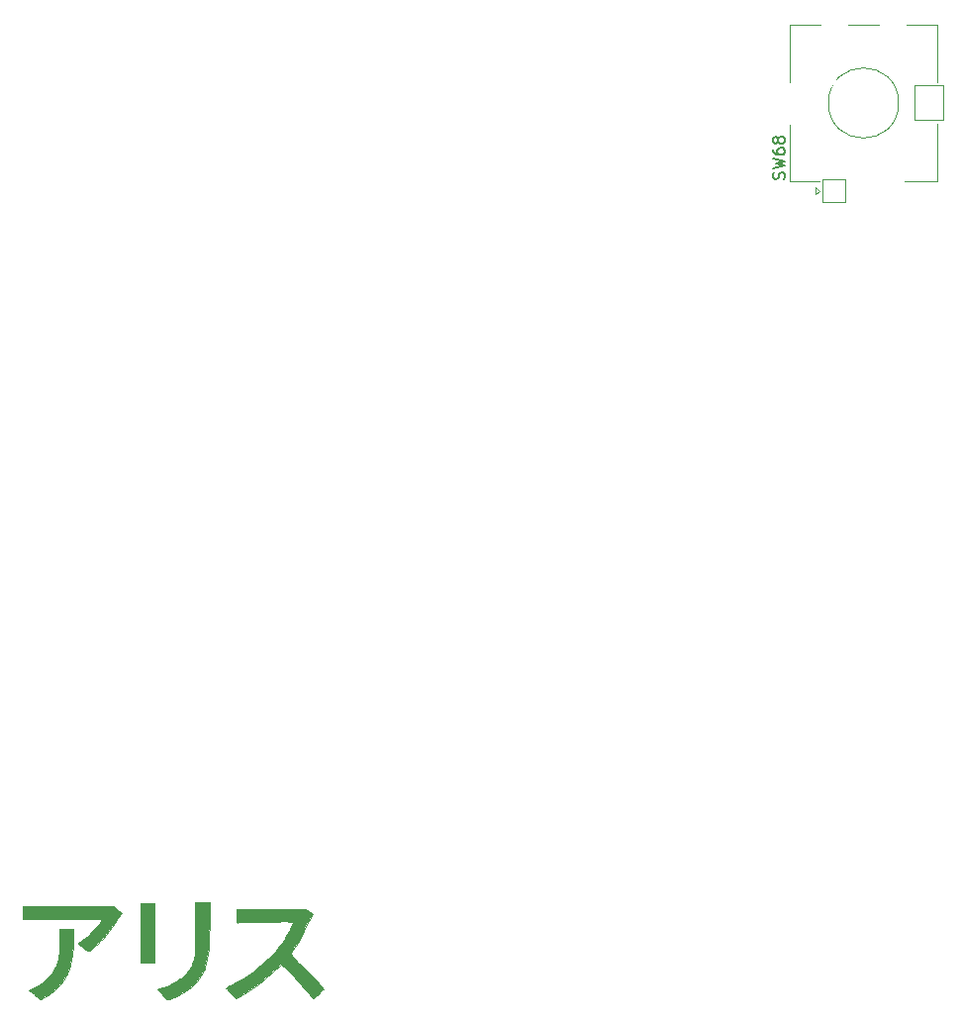
<source format=gto>
G04 #@! TF.GenerationSoftware,KiCad,Pcbnew,(6.0.2)*
G04 #@! TF.CreationDate,2022-03-31T17:31:01+05:30*
G04 #@! TF.ProjectId,arisu,61726973-752e-46b6-9963-61645f706362,1.1*
G04 #@! TF.SameCoordinates,Original*
G04 #@! TF.FileFunction,Legend,Top*
G04 #@! TF.FilePolarity,Positive*
%FSLAX46Y46*%
G04 Gerber Fmt 4.6, Leading zero omitted, Abs format (unit mm)*
G04 Created by KiCad (PCBNEW (6.0.2)) date 2022-03-31 17:31:01*
%MOMM*%
%LPD*%
G01*
G04 APERTURE LIST*
G04 Aperture macros list*
%AMRoundRect*
0 Rectangle with rounded corners*
0 $1 Rounding radius*
0 $2 $3 $4 $5 $6 $7 $8 $9 X,Y pos of 4 corners*
0 Add a 4 corners polygon primitive as box body*
4,1,4,$2,$3,$4,$5,$6,$7,$8,$9,$2,$3,0*
0 Add four circle primitives for the rounded corners*
1,1,$1+$1,$2,$3*
1,1,$1+$1,$4,$5*
1,1,$1+$1,$6,$7*
1,1,$1+$1,$8,$9*
0 Add four rect primitives between the rounded corners*
20,1,$1+$1,$2,$3,$4,$5,0*
20,1,$1+$1,$4,$5,$6,$7,0*
20,1,$1+$1,$6,$7,$8,$9,0*
20,1,$1+$1,$8,$9,$2,$3,0*%
G04 Aperture macros list end*
%ADD10C,0.150000*%
%ADD11C,0.010000*%
%ADD12C,0.120000*%
%ADD13C,3.102000*%
%ADD14C,1.852000*%
%ADD15C,4.089800*%
%ADD16C,3.150000*%
%ADD17C,4.502000*%
%ADD18C,1.302000*%
%ADD19RoundRect,0.051000X1.000000X-1.000000X1.000000X1.000000X-1.000000X1.000000X-1.000000X-1.000000X0*%
%ADD20C,2.102000*%
%ADD21O,2.602000X3.102000*%
%ADD22RoundRect,0.051000X1.250000X-1.500000X1.250000X1.500000X-1.250000X1.500000X-1.250000X-1.500000X0*%
%ADD23RoundRect,0.051000X-0.850000X-0.850000X0.850000X-0.850000X0.850000X0.850000X-0.850000X0.850000X0*%
%ADD24C,0.752000*%
%ADD25O,1.102000X2.202000*%
%ADD26O,1.102000X1.702000*%
G04 APERTURE END LIST*
D10*
X339711561Y-40498723D02*
X339759180Y-40355866D01*
X339759180Y-40117771D01*
X339711561Y-40022533D01*
X339663942Y-39974914D01*
X339568704Y-39927295D01*
X339473466Y-39927295D01*
X339378228Y-39974914D01*
X339330609Y-40022533D01*
X339282990Y-40117771D01*
X339235371Y-40308247D01*
X339187752Y-40403485D01*
X339140133Y-40451104D01*
X339044895Y-40498723D01*
X338949657Y-40498723D01*
X338854419Y-40451104D01*
X338806800Y-40403485D01*
X338759180Y-40308247D01*
X338759180Y-40070152D01*
X338806800Y-39927295D01*
X338759180Y-39593961D02*
X339759180Y-39355866D01*
X339044895Y-39165390D01*
X339759180Y-38974914D01*
X338759180Y-38736819D01*
X338759180Y-37927295D02*
X338759180Y-38117771D01*
X338806800Y-38213009D01*
X338854419Y-38260628D01*
X338997276Y-38355866D01*
X339187752Y-38403485D01*
X339568704Y-38403485D01*
X339663942Y-38355866D01*
X339711561Y-38308247D01*
X339759180Y-38213009D01*
X339759180Y-38022533D01*
X339711561Y-37927295D01*
X339663942Y-37879676D01*
X339568704Y-37832057D01*
X339330609Y-37832057D01*
X339235371Y-37879676D01*
X339187752Y-37927295D01*
X339140133Y-38022533D01*
X339140133Y-38213009D01*
X339187752Y-38308247D01*
X339235371Y-38355866D01*
X339330609Y-38403485D01*
X339187752Y-37260628D02*
X339140133Y-37355866D01*
X339092514Y-37403485D01*
X338997276Y-37451104D01*
X338949657Y-37451104D01*
X338854419Y-37403485D01*
X338806800Y-37355866D01*
X338759180Y-37260628D01*
X338759180Y-37070152D01*
X338806800Y-36974914D01*
X338854419Y-36927295D01*
X338949657Y-36879676D01*
X338997276Y-36879676D01*
X339092514Y-36927295D01*
X339140133Y-36974914D01*
X339187752Y-37070152D01*
X339187752Y-37260628D01*
X339235371Y-37355866D01*
X339282990Y-37403485D01*
X339378228Y-37451104D01*
X339568704Y-37451104D01*
X339663942Y-37403485D01*
X339711561Y-37355866D01*
X339759180Y-37260628D01*
X339759180Y-37070152D01*
X339711561Y-36974914D01*
X339663942Y-36927295D01*
X339568704Y-36879676D01*
X339378228Y-36879676D01*
X339282990Y-36927295D01*
X339235371Y-36974914D01*
X339187752Y-37070152D01*
D11*
X278900769Y-105524300D02*
X278868404Y-106157939D01*
X278868404Y-106157939D02*
X278818366Y-106707272D01*
X278818366Y-106707272D02*
X278747320Y-107188575D01*
X278747320Y-107188575D02*
X278651927Y-107618126D01*
X278651927Y-107618126D02*
X278528851Y-108012202D01*
X278528851Y-108012202D02*
X278374756Y-108387080D01*
X278374756Y-108387080D02*
X278269801Y-108602228D01*
X278269801Y-108602228D02*
X278026965Y-108997216D01*
X278026965Y-108997216D02*
X277710411Y-109394560D01*
X277710411Y-109394560D02*
X277343902Y-109767981D01*
X277343902Y-109767981D02*
X276951202Y-110091198D01*
X276951202Y-110091198D02*
X276874076Y-110145807D01*
X276874076Y-110145807D02*
X276686126Y-110270377D01*
X276686126Y-110270377D02*
X276490873Y-110391798D01*
X276490873Y-110391798D02*
X276309651Y-110497734D01*
X276309651Y-110497734D02*
X276163794Y-110575846D01*
X276163794Y-110575846D02*
X276074634Y-110613798D01*
X276074634Y-110613798D02*
X276061923Y-110615489D01*
X276061923Y-110615489D02*
X276019173Y-110584817D01*
X276019173Y-110584817D02*
X275913500Y-110502352D01*
X275913500Y-110502352D02*
X275760679Y-110380560D01*
X275760679Y-110380560D02*
X275576483Y-110231910D01*
X275576483Y-110231910D02*
X275571018Y-110227475D01*
X275571018Y-110227475D02*
X275094836Y-109840972D01*
X275094836Y-109840972D02*
X275456167Y-109673607D01*
X275456167Y-109673607D02*
X275966398Y-109397865D01*
X275966398Y-109397865D02*
X276426066Y-109070644D01*
X276426066Y-109070644D02*
X276821636Y-108704085D01*
X276821636Y-108704085D02*
X277139572Y-108310332D01*
X277139572Y-108310332D02*
X277320550Y-108001182D01*
X277320550Y-108001182D02*
X277442665Y-107737096D01*
X277442665Y-107737096D02*
X277537456Y-107490584D01*
X277537456Y-107490584D02*
X277608254Y-107242631D01*
X277608254Y-107242631D02*
X277658392Y-106974219D01*
X277658392Y-106974219D02*
X277691204Y-106666332D01*
X277691204Y-106666332D02*
X277710020Y-106299954D01*
X277710020Y-106299954D02*
X277718173Y-105856068D01*
X277718173Y-105856068D02*
X277718949Y-105727653D01*
X277718949Y-105727653D02*
X277723600Y-104622906D01*
X277723600Y-104622906D02*
X278328492Y-104622753D01*
X278328492Y-104622753D02*
X278933385Y-104622600D01*
X278933385Y-104622600D02*
X278900769Y-105524300D01*
X278900769Y-105524300D02*
X278900769Y-105524300D01*
G36*
X278900769Y-105524300D02*
G01*
X278868404Y-106157939D01*
X278818366Y-106707272D01*
X278747320Y-107188575D01*
X278651927Y-107618126D01*
X278528851Y-108012202D01*
X278374756Y-108387080D01*
X278269801Y-108602228D01*
X278026965Y-108997216D01*
X277710411Y-109394560D01*
X277343902Y-109767981D01*
X276951202Y-110091198D01*
X276874076Y-110145807D01*
X276686126Y-110270377D01*
X276490873Y-110391798D01*
X276309651Y-110497734D01*
X276163794Y-110575846D01*
X276074634Y-110613798D01*
X276061923Y-110615489D01*
X276019173Y-110584817D01*
X275913500Y-110502352D01*
X275760679Y-110380560D01*
X275576483Y-110231910D01*
X275571018Y-110227475D01*
X275094836Y-109840972D01*
X275456167Y-109673607D01*
X275966398Y-109397865D01*
X276426066Y-109070644D01*
X276821636Y-108704085D01*
X277139572Y-108310332D01*
X277320550Y-108001182D01*
X277442665Y-107737096D01*
X277537456Y-107490584D01*
X277608254Y-107242631D01*
X277658392Y-106974219D01*
X277691204Y-106666332D01*
X277710020Y-106299954D01*
X277718173Y-105856068D01*
X277718949Y-105727653D01*
X277723600Y-104622906D01*
X278328492Y-104622753D01*
X278933385Y-104622600D01*
X278900769Y-105524300D01*
G37*
X278900769Y-105524300D02*
X278868404Y-106157939D01*
X278818366Y-106707272D01*
X278747320Y-107188575D01*
X278651927Y-107618126D01*
X278528851Y-108012202D01*
X278374756Y-108387080D01*
X278269801Y-108602228D01*
X278026965Y-108997216D01*
X277710411Y-109394560D01*
X277343902Y-109767981D01*
X276951202Y-110091198D01*
X276874076Y-110145807D01*
X276686126Y-110270377D01*
X276490873Y-110391798D01*
X276309651Y-110497734D01*
X276163794Y-110575846D01*
X276074634Y-110613798D01*
X276061923Y-110615489D01*
X276019173Y-110584817D01*
X275913500Y-110502352D01*
X275760679Y-110380560D01*
X275576483Y-110231910D01*
X275571018Y-110227475D01*
X275094836Y-109840972D01*
X275456167Y-109673607D01*
X275966398Y-109397865D01*
X276426066Y-109070644D01*
X276821636Y-108704085D01*
X277139572Y-108310332D01*
X277320550Y-108001182D01*
X277442665Y-107737096D01*
X277537456Y-107490584D01*
X277608254Y-107242631D01*
X277658392Y-106974219D01*
X277691204Y-106666332D01*
X277710020Y-106299954D01*
X277718173Y-105856068D01*
X277718949Y-105727653D01*
X277723600Y-104622906D01*
X278328492Y-104622753D01*
X278933385Y-104622600D01*
X278900769Y-105524300D01*
X278498290Y-102675770D02*
X282397200Y-102684741D01*
X282397200Y-102684741D02*
X282714567Y-102973427D01*
X282714567Y-102973427D02*
X283031935Y-103262113D01*
X283031935Y-103262113D02*
X282887808Y-103447056D01*
X282887808Y-103447056D02*
X282796005Y-103571428D01*
X282796005Y-103571428D02*
X282669581Y-103751272D01*
X282669581Y-103751272D02*
X282529263Y-103956859D01*
X282529263Y-103956859D02*
X282457865Y-104063800D01*
X282457865Y-104063800D02*
X281952764Y-104767043D01*
X281952764Y-104767043D02*
X281402823Y-105412231D01*
X281402823Y-105412231D02*
X281221749Y-105603148D01*
X281221749Y-105603148D02*
X280997542Y-105827062D01*
X280997542Y-105827062D02*
X280774909Y-106036864D01*
X280774909Y-106036864D02*
X280567537Y-106220849D01*
X280567537Y-106220849D02*
X280389113Y-106367311D01*
X280389113Y-106367311D02*
X280253326Y-106464544D01*
X280253326Y-106464544D02*
X280173864Y-106500842D01*
X280173864Y-106500842D02*
X280172062Y-106500861D01*
X280172062Y-106500861D02*
X280108668Y-106470021D01*
X280108668Y-106470021D02*
X279987372Y-106388109D01*
X279987372Y-106388109D02*
X279828230Y-106269201D01*
X279828230Y-106269201D02*
X279719708Y-106183361D01*
X279719708Y-106183361D02*
X279553763Y-106046710D01*
X279553763Y-106046710D02*
X279422228Y-105933382D01*
X279422228Y-105933382D02*
X279342237Y-105858430D01*
X279342237Y-105858430D02*
X279326008Y-105837543D01*
X279326008Y-105837543D02*
X279363684Y-105796409D01*
X279363684Y-105796409D02*
X279464805Y-105716370D01*
X279464805Y-105716370D02*
X279607923Y-105614341D01*
X279607923Y-105614341D02*
X279615830Y-105608943D01*
X279615830Y-105608943D02*
X279819520Y-105452957D01*
X279819520Y-105452957D02*
X280064449Y-105238919D01*
X280064449Y-105238919D02*
X280329633Y-104987861D01*
X280329633Y-104987861D02*
X280594090Y-104720812D01*
X280594090Y-104720812D02*
X280836836Y-104458802D01*
X280836836Y-104458802D02*
X281036888Y-104222861D01*
X281036888Y-104222861D02*
X281147528Y-104073824D01*
X281147528Y-104073824D02*
X281363219Y-103753649D01*
X281363219Y-103753649D02*
X277981292Y-103769024D01*
X277981292Y-103769024D02*
X274599365Y-103784400D01*
X274599365Y-103784400D02*
X274599372Y-103225600D01*
X274599372Y-103225600D02*
X274599380Y-102666800D01*
X274599380Y-102666800D02*
X278498290Y-102675770D01*
X278498290Y-102675770D02*
X278498290Y-102675770D01*
G36*
X278498290Y-102675770D02*
G01*
X282397200Y-102684741D01*
X282714567Y-102973427D01*
X283031935Y-103262113D01*
X282887808Y-103447056D01*
X282796005Y-103571428D01*
X282669581Y-103751272D01*
X282529263Y-103956859D01*
X282457865Y-104063800D01*
X281952764Y-104767043D01*
X281402823Y-105412231D01*
X281221749Y-105603148D01*
X280997542Y-105827062D01*
X280774909Y-106036864D01*
X280567537Y-106220849D01*
X280389113Y-106367311D01*
X280253326Y-106464544D01*
X280173864Y-106500842D01*
X280172062Y-106500861D01*
X280108668Y-106470021D01*
X279987372Y-106388109D01*
X279828230Y-106269201D01*
X279719708Y-106183361D01*
X279553763Y-106046710D01*
X279422228Y-105933382D01*
X279342237Y-105858430D01*
X279326008Y-105837543D01*
X279363684Y-105796409D01*
X279464805Y-105716370D01*
X279607923Y-105614341D01*
X279615830Y-105608943D01*
X279819520Y-105452957D01*
X280064449Y-105238919D01*
X280329633Y-104987861D01*
X280594090Y-104720812D01*
X280836836Y-104458802D01*
X281036888Y-104222861D01*
X281147528Y-104073824D01*
X281363219Y-103753649D01*
X277981292Y-103769024D01*
X274599365Y-103784400D01*
X274599372Y-103225600D01*
X274599380Y-102666800D01*
X278498290Y-102675770D01*
G37*
X278498290Y-102675770D02*
X282397200Y-102684741D01*
X282714567Y-102973427D01*
X283031935Y-103262113D01*
X282887808Y-103447056D01*
X282796005Y-103571428D01*
X282669581Y-103751272D01*
X282529263Y-103956859D01*
X282457865Y-104063800D01*
X281952764Y-104767043D01*
X281402823Y-105412231D01*
X281221749Y-105603148D01*
X280997542Y-105827062D01*
X280774909Y-106036864D01*
X280567537Y-106220849D01*
X280389113Y-106367311D01*
X280253326Y-106464544D01*
X280173864Y-106500842D01*
X280172062Y-106500861D01*
X280108668Y-106470021D01*
X279987372Y-106388109D01*
X279828230Y-106269201D01*
X279719708Y-106183361D01*
X279553763Y-106046710D01*
X279422228Y-105933382D01*
X279342237Y-105858430D01*
X279326008Y-105837543D01*
X279363684Y-105796409D01*
X279464805Y-105716370D01*
X279607923Y-105614341D01*
X279615830Y-105608943D01*
X279819520Y-105452957D01*
X280064449Y-105238919D01*
X280329633Y-104987861D01*
X280594090Y-104720812D01*
X280836836Y-104458802D01*
X281036888Y-104222861D01*
X281147528Y-104073824D01*
X281363219Y-103753649D01*
X277981292Y-103769024D01*
X274599365Y-103784400D01*
X274599372Y-103225600D01*
X274599380Y-102666800D01*
X278498290Y-102675770D01*
X285851600Y-107467400D02*
X285267400Y-107467401D01*
X285267400Y-107467401D02*
X284683200Y-107467403D01*
X284683200Y-107467403D02*
X284683200Y-102438203D01*
X284683200Y-102438203D02*
X285267400Y-102438201D01*
X285267400Y-102438201D02*
X285851600Y-102438200D01*
X285851600Y-102438200D02*
X285851600Y-107467400D01*
X285851600Y-107467400D02*
X285851600Y-107467400D01*
G36*
X285851600Y-107467400D02*
G01*
X285267400Y-107467401D01*
X284683200Y-107467403D01*
X284683200Y-102438203D01*
X285267400Y-102438201D01*
X285851600Y-102438200D01*
X285851600Y-107467400D01*
G37*
X285851600Y-107467400D02*
X285267400Y-107467401D01*
X284683200Y-107467403D01*
X284683200Y-102438203D01*
X285267400Y-102438201D01*
X285851600Y-102438200D01*
X285851600Y-107467400D01*
X298779301Y-102888280D02*
X299076965Y-103097080D01*
X299076965Y-103097080D02*
X299374630Y-103305880D01*
X299374630Y-103305880D02*
X298836115Y-104383443D01*
X298836115Y-104383443D02*
X298655670Y-104735082D01*
X298655670Y-104735082D02*
X298460895Y-105098488D01*
X298460895Y-105098488D02*
X298265382Y-105449395D01*
X298265382Y-105449395D02*
X298082723Y-105763533D01*
X298082723Y-105763533D02*
X297926512Y-106016636D01*
X297926512Y-106016636D02*
X297891204Y-106070503D01*
X297891204Y-106070503D02*
X297745384Y-106289883D01*
X297745384Y-106289883D02*
X297620556Y-106478975D01*
X297620556Y-106478975D02*
X297527205Y-106621798D01*
X297527205Y-106621798D02*
X297475816Y-106702369D01*
X297475816Y-106702369D02*
X297469424Y-106713440D01*
X297469424Y-106713440D02*
X297499962Y-106756605D01*
X297499962Y-106756605D02*
X297593920Y-106860707D01*
X297593920Y-106860707D02*
X297741812Y-107015922D01*
X297741812Y-107015922D02*
X297934154Y-107212425D01*
X297934154Y-107212425D02*
X298161459Y-107440390D01*
X298161459Y-107440390D02*
X298376783Y-107653240D01*
X298376783Y-107653240D02*
X298678104Y-107952650D01*
X298678104Y-107952650D02*
X298977419Y-108256400D01*
X298977419Y-108256400D02*
X299266188Y-108555244D01*
X299266188Y-108555244D02*
X299535870Y-108839937D01*
X299535870Y-108839937D02*
X299777922Y-109101237D01*
X299777922Y-109101237D02*
X299983804Y-109329898D01*
X299983804Y-109329898D02*
X300144975Y-109516675D01*
X300144975Y-109516675D02*
X300252894Y-109652326D01*
X300252894Y-109652326D02*
X300299019Y-109727604D01*
X300299019Y-109727604D02*
X300300056Y-109734873D01*
X300300056Y-109734873D02*
X300261765Y-109785340D01*
X300261765Y-109785340D02*
X300163778Y-109882889D01*
X300163778Y-109882889D02*
X300025392Y-110010702D01*
X300025392Y-110010702D02*
X299865903Y-110151963D01*
X299865903Y-110151963D02*
X299704608Y-110289858D01*
X299704608Y-110289858D02*
X299560802Y-110407569D01*
X299560802Y-110407569D02*
X299453782Y-110488280D01*
X299453782Y-110488280D02*
X299404409Y-110515400D01*
X299404409Y-110515400D02*
X299358227Y-110477932D01*
X299358227Y-110477932D02*
X299261429Y-110374907D01*
X299261429Y-110374907D02*
X299126508Y-110220393D01*
X299126508Y-110220393D02*
X298965955Y-110028459D01*
X298965955Y-110028459D02*
X298896982Y-109943900D01*
X298896982Y-109943900D02*
X298646092Y-109642536D01*
X298646092Y-109642536D02*
X298359360Y-109312096D01*
X298359360Y-109312096D02*
X298053584Y-108970805D01*
X298053584Y-108970805D02*
X297745560Y-108636891D01*
X297745560Y-108636891D02*
X297452085Y-108328580D01*
X297452085Y-108328580D02*
X297189957Y-108064098D01*
X297189957Y-108064098D02*
X296988485Y-107872946D01*
X296988485Y-107872946D02*
X296695370Y-107607750D01*
X296695370Y-107607750D02*
X296099485Y-108185897D01*
X296099485Y-108185897D02*
X295431575Y-108789268D01*
X295431575Y-108789268D02*
X294718975Y-109350537D01*
X294718975Y-109350537D02*
X293985162Y-109852709D01*
X293985162Y-109852709D02*
X293253610Y-110278787D01*
X293253610Y-110278787D02*
X293096587Y-110359977D01*
X293096587Y-110359977D02*
X292802184Y-110508591D01*
X292802184Y-110508591D02*
X292387592Y-110091834D01*
X292387592Y-110091834D02*
X292224222Y-109925165D01*
X292224222Y-109925165D02*
X292091177Y-109784773D01*
X292091177Y-109784773D02*
X292002727Y-109686042D01*
X292002727Y-109686042D02*
X291973000Y-109645006D01*
X291973000Y-109645006D02*
X292016069Y-109613183D01*
X292016069Y-109613183D02*
X292134638Y-109545701D01*
X292134638Y-109545701D02*
X292312750Y-109451152D01*
X292312750Y-109451152D02*
X292534446Y-109338130D01*
X292534446Y-109338130D02*
X292646100Y-109282583D01*
X292646100Y-109282583D02*
X293436512Y-108847963D01*
X293436512Y-108847963D02*
X294206604Y-108338449D01*
X294206604Y-108338449D02*
X294939869Y-107767825D01*
X294939869Y-107767825D02*
X295619805Y-107149874D01*
X295619805Y-107149874D02*
X296229907Y-106498378D01*
X296229907Y-106498378D02*
X296710106Y-105888533D01*
X296710106Y-105888533D02*
X296836379Y-105700721D01*
X296836379Y-105700721D02*
X296980329Y-105467888D01*
X296980329Y-105467888D02*
X297132766Y-105207113D01*
X297132766Y-105207113D02*
X297284504Y-104935473D01*
X297284504Y-104935473D02*
X297426352Y-104670046D01*
X297426352Y-104670046D02*
X297549121Y-104427912D01*
X297549121Y-104427912D02*
X297643624Y-104226149D01*
X297643624Y-104226149D02*
X297700672Y-104081835D01*
X297700672Y-104081835D02*
X297713400Y-104023787D01*
X297713400Y-104023787D02*
X297703644Y-104005873D01*
X297703644Y-104005873D02*
X297668779Y-103991339D01*
X297668779Y-103991339D02*
X297600409Y-103980013D01*
X297600409Y-103980013D02*
X297490135Y-103971724D01*
X297490135Y-103971724D02*
X297329562Y-103966302D01*
X297329562Y-103966302D02*
X297110291Y-103963575D01*
X297110291Y-103963575D02*
X296823926Y-103963372D01*
X296823926Y-103963372D02*
X296462070Y-103965524D01*
X296462070Y-103965524D02*
X296016326Y-103969858D01*
X296016326Y-103969858D02*
X295478296Y-103976204D01*
X295478296Y-103976204D02*
X295414700Y-103976998D01*
X295414700Y-103976998D02*
X294937388Y-103983703D01*
X294937388Y-103983703D02*
X294488588Y-103991397D01*
X294488588Y-103991397D02*
X294079091Y-103999797D01*
X294079091Y-103999797D02*
X293719688Y-104008615D01*
X293719688Y-104008615D02*
X293421169Y-104017569D01*
X293421169Y-104017569D02*
X293194326Y-104026372D01*
X293194326Y-104026372D02*
X293049949Y-104034740D01*
X293049949Y-104034740D02*
X293001700Y-104040727D01*
X293001700Y-104040727D02*
X292953325Y-104052568D01*
X292953325Y-104052568D02*
X292920985Y-104042285D01*
X292920985Y-104042285D02*
X292901451Y-103993836D01*
X292901451Y-103993836D02*
X292891496Y-103891185D01*
X292891496Y-103891185D02*
X292887890Y-103718291D01*
X292887890Y-103718291D02*
X292887407Y-103472824D01*
X292887407Y-103472824D02*
X292887415Y-102870000D01*
X292887415Y-102870000D02*
X298779301Y-102888280D01*
X298779301Y-102888280D02*
X298779301Y-102888280D01*
G36*
X298779301Y-102888280D02*
G01*
X299076965Y-103097080D01*
X299374630Y-103305880D01*
X298836115Y-104383443D01*
X298655670Y-104735082D01*
X298460895Y-105098488D01*
X298265382Y-105449395D01*
X298082723Y-105763533D01*
X297926512Y-106016636D01*
X297891204Y-106070503D01*
X297745384Y-106289883D01*
X297620556Y-106478975D01*
X297527205Y-106621798D01*
X297475816Y-106702369D01*
X297469424Y-106713440D01*
X297499962Y-106756605D01*
X297593920Y-106860707D01*
X297741812Y-107015922D01*
X297934154Y-107212425D01*
X298161459Y-107440390D01*
X298376783Y-107653240D01*
X298678104Y-107952650D01*
X298977419Y-108256400D01*
X299266188Y-108555244D01*
X299535870Y-108839937D01*
X299777922Y-109101237D01*
X299983804Y-109329898D01*
X300144975Y-109516675D01*
X300252894Y-109652326D01*
X300299019Y-109727604D01*
X300300056Y-109734873D01*
X300261765Y-109785340D01*
X300163778Y-109882889D01*
X300025392Y-110010702D01*
X299865903Y-110151963D01*
X299704608Y-110289858D01*
X299560802Y-110407569D01*
X299453782Y-110488280D01*
X299404409Y-110515400D01*
X299358227Y-110477932D01*
X299261429Y-110374907D01*
X299126508Y-110220393D01*
X298965955Y-110028459D01*
X298896982Y-109943900D01*
X298646092Y-109642536D01*
X298359360Y-109312096D01*
X298053584Y-108970805D01*
X297745560Y-108636891D01*
X297452085Y-108328580D01*
X297189957Y-108064098D01*
X296988485Y-107872946D01*
X296695370Y-107607750D01*
X296099485Y-108185897D01*
X295431575Y-108789268D01*
X294718975Y-109350537D01*
X293985162Y-109852709D01*
X293253610Y-110278787D01*
X293096587Y-110359977D01*
X292802184Y-110508591D01*
X292387592Y-110091834D01*
X292224222Y-109925165D01*
X292091177Y-109784773D01*
X292002727Y-109686042D01*
X291973000Y-109645006D01*
X292016069Y-109613183D01*
X292134638Y-109545701D01*
X292312750Y-109451152D01*
X292534446Y-109338130D01*
X292646100Y-109282583D01*
X293436512Y-108847963D01*
X294206604Y-108338449D01*
X294939869Y-107767825D01*
X295619805Y-107149874D01*
X296229907Y-106498378D01*
X296710106Y-105888533D01*
X296836379Y-105700721D01*
X296980329Y-105467888D01*
X297132766Y-105207113D01*
X297284504Y-104935473D01*
X297426352Y-104670046D01*
X297549121Y-104427912D01*
X297643624Y-104226149D01*
X297700672Y-104081835D01*
X297713400Y-104023787D01*
X297703644Y-104005873D01*
X297668779Y-103991339D01*
X297600409Y-103980013D01*
X297490135Y-103971724D01*
X297329562Y-103966302D01*
X297110291Y-103963575D01*
X296823926Y-103963372D01*
X296462070Y-103965524D01*
X296016326Y-103969858D01*
X295478296Y-103976204D01*
X295414700Y-103976998D01*
X294937388Y-103983703D01*
X294488588Y-103991397D01*
X294079091Y-103999797D01*
X293719688Y-104008615D01*
X293421169Y-104017569D01*
X293194326Y-104026372D01*
X293049949Y-104034740D01*
X293001700Y-104040727D01*
X292953325Y-104052568D01*
X292920985Y-104042285D01*
X292901451Y-103993836D01*
X292891496Y-103891185D01*
X292887890Y-103718291D01*
X292887407Y-103472824D01*
X292887415Y-102870000D01*
X298779301Y-102888280D01*
G37*
X298779301Y-102888280D02*
X299076965Y-103097080D01*
X299374630Y-103305880D01*
X298836115Y-104383443D01*
X298655670Y-104735082D01*
X298460895Y-105098488D01*
X298265382Y-105449395D01*
X298082723Y-105763533D01*
X297926512Y-106016636D01*
X297891204Y-106070503D01*
X297745384Y-106289883D01*
X297620556Y-106478975D01*
X297527205Y-106621798D01*
X297475816Y-106702369D01*
X297469424Y-106713440D01*
X297499962Y-106756605D01*
X297593920Y-106860707D01*
X297741812Y-107015922D01*
X297934154Y-107212425D01*
X298161459Y-107440390D01*
X298376783Y-107653240D01*
X298678104Y-107952650D01*
X298977419Y-108256400D01*
X299266188Y-108555244D01*
X299535870Y-108839937D01*
X299777922Y-109101237D01*
X299983804Y-109329898D01*
X300144975Y-109516675D01*
X300252894Y-109652326D01*
X300299019Y-109727604D01*
X300300056Y-109734873D01*
X300261765Y-109785340D01*
X300163778Y-109882889D01*
X300025392Y-110010702D01*
X299865903Y-110151963D01*
X299704608Y-110289858D01*
X299560802Y-110407569D01*
X299453782Y-110488280D01*
X299404409Y-110515400D01*
X299358227Y-110477932D01*
X299261429Y-110374907D01*
X299126508Y-110220393D01*
X298965955Y-110028459D01*
X298896982Y-109943900D01*
X298646092Y-109642536D01*
X298359360Y-109312096D01*
X298053584Y-108970805D01*
X297745560Y-108636891D01*
X297452085Y-108328580D01*
X297189957Y-108064098D01*
X296988485Y-107872946D01*
X296695370Y-107607750D01*
X296099485Y-108185897D01*
X295431575Y-108789268D01*
X294718975Y-109350537D01*
X293985162Y-109852709D01*
X293253610Y-110278787D01*
X293096587Y-110359977D01*
X292802184Y-110508591D01*
X292387592Y-110091834D01*
X292224222Y-109925165D01*
X292091177Y-109784773D01*
X292002727Y-109686042D01*
X291973000Y-109645006D01*
X292016069Y-109613183D01*
X292134638Y-109545701D01*
X292312750Y-109451152D01*
X292534446Y-109338130D01*
X292646100Y-109282583D01*
X293436512Y-108847963D01*
X294206604Y-108338449D01*
X294939869Y-107767825D01*
X295619805Y-107149874D01*
X296229907Y-106498378D01*
X296710106Y-105888533D01*
X296836379Y-105700721D01*
X296980329Y-105467888D01*
X297132766Y-105207113D01*
X297284504Y-104935473D01*
X297426352Y-104670046D01*
X297549121Y-104427912D01*
X297643624Y-104226149D01*
X297700672Y-104081835D01*
X297713400Y-104023787D01*
X297703644Y-104005873D01*
X297668779Y-103991339D01*
X297600409Y-103980013D01*
X297490135Y-103971724D01*
X297329562Y-103966302D01*
X297110291Y-103963575D01*
X296823926Y-103963372D01*
X296462070Y-103965524D01*
X296016326Y-103969858D01*
X295478296Y-103976204D01*
X295414700Y-103976998D01*
X294937388Y-103983703D01*
X294488588Y-103991397D01*
X294079091Y-103999797D01*
X293719688Y-104008615D01*
X293421169Y-104017569D01*
X293194326Y-104026372D01*
X293049949Y-104034740D01*
X293001700Y-104040727D01*
X292953325Y-104052568D01*
X292920985Y-104042285D01*
X292901451Y-103993836D01*
X292891496Y-103891185D01*
X292887890Y-103718291D01*
X292887407Y-103472824D01*
X292887415Y-102870000D01*
X298779301Y-102888280D01*
X290549473Y-103543100D02*
X290544069Y-104357208D01*
X290544069Y-104357208D02*
X290529017Y-105077370D01*
X290529017Y-105077370D02*
X290503636Y-105710844D01*
X290503636Y-105710844D02*
X290467247Y-106264887D01*
X290467247Y-106264887D02*
X290419169Y-106746756D01*
X290419169Y-106746756D02*
X290358721Y-107163709D01*
X290358721Y-107163709D02*
X290285225Y-107523004D01*
X290285225Y-107523004D02*
X290197999Y-107831898D01*
X290197999Y-107831898D02*
X290130081Y-108017888D01*
X290130081Y-108017888D02*
X289853298Y-108568548D01*
X289853298Y-108568548D02*
X289487324Y-109074856D01*
X289487324Y-109074856D02*
X289036094Y-109533086D01*
X289036094Y-109533086D02*
X288503540Y-109939516D01*
X288503540Y-109939516D02*
X287893597Y-110290419D01*
X287893597Y-110290419D02*
X287574093Y-110438207D01*
X287574093Y-110438207D02*
X287322350Y-110546417D01*
X287322350Y-110546417D02*
X287141491Y-110614100D01*
X287141491Y-110614100D02*
X287007230Y-110636301D01*
X287007230Y-110636301D02*
X286895284Y-110608067D01*
X286895284Y-110608067D02*
X286781367Y-110524442D01*
X286781367Y-110524442D02*
X286641194Y-110380474D01*
X286641194Y-110380474D02*
X286493058Y-110217674D01*
X286493058Y-110217674D02*
X286075990Y-109760832D01*
X286075990Y-109760832D02*
X286505027Y-109629967D01*
X286505027Y-109629967D02*
X286912586Y-109484159D01*
X286912586Y-109484159D02*
X287328526Y-109297248D01*
X287328526Y-109297248D02*
X287719828Y-109085976D01*
X287719828Y-109085976D02*
X288053473Y-108867083D01*
X288053473Y-108867083D02*
X288137600Y-108802261D01*
X288137600Y-108802261D02*
X288392467Y-108567095D01*
X288392467Y-108567095D02*
X288640253Y-108285561D01*
X288640253Y-108285561D02*
X288858676Y-107986732D01*
X288858676Y-107986732D02*
X289025455Y-107699680D01*
X289025455Y-107699680D02*
X289082764Y-107569000D01*
X289082764Y-107569000D02*
X289146296Y-107396365D01*
X289146296Y-107396365D02*
X289199094Y-107236845D01*
X289199094Y-107236845D02*
X289242151Y-107079079D01*
X289242151Y-107079079D02*
X289276465Y-106911708D01*
X289276465Y-106911708D02*
X289303031Y-106723372D01*
X289303031Y-106723372D02*
X289322846Y-106502712D01*
X289322846Y-106502712D02*
X289336904Y-106238366D01*
X289336904Y-106238366D02*
X289346201Y-105918977D01*
X289346201Y-105918977D02*
X289351734Y-105533183D01*
X289351734Y-105533183D02*
X289354499Y-105069626D01*
X289354499Y-105069626D02*
X289355490Y-104516944D01*
X289355490Y-104516944D02*
X289355530Y-104457504D01*
X289355530Y-104457504D02*
X289356800Y-102336609D01*
X289356800Y-102336609D02*
X289953700Y-102336604D01*
X289953700Y-102336604D02*
X290550600Y-102336600D01*
X290550600Y-102336600D02*
X290549473Y-103543100D01*
X290549473Y-103543100D02*
X290549473Y-103543100D01*
G36*
X290549473Y-103543100D02*
G01*
X290544069Y-104357208D01*
X290529017Y-105077370D01*
X290503636Y-105710844D01*
X290467247Y-106264887D01*
X290419169Y-106746756D01*
X290358721Y-107163709D01*
X290285225Y-107523004D01*
X290197999Y-107831898D01*
X290130081Y-108017888D01*
X289853298Y-108568548D01*
X289487324Y-109074856D01*
X289036094Y-109533086D01*
X288503540Y-109939516D01*
X287893597Y-110290419D01*
X287574093Y-110438207D01*
X287322350Y-110546417D01*
X287141491Y-110614100D01*
X287007230Y-110636301D01*
X286895284Y-110608067D01*
X286781367Y-110524442D01*
X286641194Y-110380474D01*
X286493058Y-110217674D01*
X286075990Y-109760832D01*
X286505027Y-109629967D01*
X286912586Y-109484159D01*
X287328526Y-109297248D01*
X287719828Y-109085976D01*
X288053473Y-108867083D01*
X288137600Y-108802261D01*
X288392467Y-108567095D01*
X288640253Y-108285561D01*
X288858676Y-107986732D01*
X289025455Y-107699680D01*
X289082764Y-107569000D01*
X289146296Y-107396365D01*
X289199094Y-107236845D01*
X289242151Y-107079079D01*
X289276465Y-106911708D01*
X289303031Y-106723372D01*
X289322846Y-106502712D01*
X289336904Y-106238366D01*
X289346201Y-105918977D01*
X289351734Y-105533183D01*
X289354499Y-105069626D01*
X289355490Y-104516944D01*
X289355530Y-104457504D01*
X289356800Y-102336609D01*
X289953700Y-102336604D01*
X290550600Y-102336600D01*
X290549473Y-103543100D01*
G37*
X290549473Y-103543100D02*
X290544069Y-104357208D01*
X290529017Y-105077370D01*
X290503636Y-105710844D01*
X290467247Y-106264887D01*
X290419169Y-106746756D01*
X290358721Y-107163709D01*
X290285225Y-107523004D01*
X290197999Y-107831898D01*
X290130081Y-108017888D01*
X289853298Y-108568548D01*
X289487324Y-109074856D01*
X289036094Y-109533086D01*
X288503540Y-109939516D01*
X287893597Y-110290419D01*
X287574093Y-110438207D01*
X287322350Y-110546417D01*
X287141491Y-110614100D01*
X287007230Y-110636301D01*
X286895284Y-110608067D01*
X286781367Y-110524442D01*
X286641194Y-110380474D01*
X286493058Y-110217674D01*
X286075990Y-109760832D01*
X286505027Y-109629967D01*
X286912586Y-109484159D01*
X287328526Y-109297248D01*
X287719828Y-109085976D01*
X288053473Y-108867083D01*
X288137600Y-108802261D01*
X288392467Y-108567095D01*
X288640253Y-108285561D01*
X288858676Y-107986732D01*
X289025455Y-107699680D01*
X289082764Y-107569000D01*
X289146296Y-107396365D01*
X289199094Y-107236845D01*
X289242151Y-107079079D01*
X289276465Y-106911708D01*
X289303031Y-106723372D01*
X289322846Y-106502712D01*
X289336904Y-106238366D01*
X289346201Y-105918977D01*
X289351734Y-105533183D01*
X289354499Y-105069626D01*
X289355490Y-104516944D01*
X289355530Y-104457504D01*
X289356800Y-102336609D01*
X289953700Y-102336604D01*
X290550600Y-102336600D01*
X290549473Y-103543100D01*
D12*
X340206800Y-40689200D02*
X342706800Y-40689200D01*
X352806800Y-27289200D02*
X352806800Y-32189200D01*
X340206800Y-35889200D02*
X340206800Y-40689200D01*
X346006800Y-33989200D02*
X347006800Y-33989200D01*
X346506800Y-34489200D02*
X346506800Y-33489200D01*
X342706800Y-41489200D02*
X342406800Y-41789200D01*
X350206800Y-27289200D02*
X352806800Y-27289200D01*
X342406800Y-41789200D02*
X342406800Y-41189200D01*
X340206800Y-27289200D02*
X342806800Y-27289200D01*
X352806800Y-35789200D02*
X352806800Y-40689200D01*
X342406800Y-41189200D02*
X342706800Y-41489200D01*
X345206800Y-27289200D02*
X347806800Y-27289200D01*
X340206800Y-32189200D02*
X340206800Y-27289200D01*
X352806800Y-40689200D02*
X350006800Y-40689200D01*
X349506800Y-33989200D02*
G75*
G03*
X349506800Y-33989200I-3000000J0D01*
G01*
%LPC*%
D13*
X126961113Y-82260402D03*
D14*
X135128750Y-86593231D03*
X125190770Y-84480849D03*
D15*
X130159760Y-85537040D03*
D13*
X133700446Y-81096146D03*
D15*
X116969310Y-102293232D03*
D14*
X112000320Y-101237041D03*
D13*
X120509996Y-97852338D03*
X113770663Y-99016594D03*
D14*
X121938300Y-103349423D03*
D15*
X148880648Y-89600618D03*
D13*
X145682001Y-86323980D03*
D14*
X143911658Y-88544427D03*
X153849638Y-90656809D03*
D13*
X152421334Y-85159724D03*
D14*
X233775098Y-102361987D03*
X243713078Y-100249605D03*
D13*
X240172392Y-95808710D03*
D15*
X238744088Y-101305796D03*
D13*
X234489250Y-99613445D03*
D14*
X184625660Y-54382219D03*
D13*
X185339812Y-51633677D03*
X191022954Y-47828942D03*
D14*
X194563640Y-52269837D03*
D15*
X189594650Y-53326028D03*
D13*
X203973524Y-47672959D03*
X209656666Y-43868224D03*
D14*
X203259372Y-50421501D03*
X213197352Y-48309119D03*
D15*
X208228362Y-49365310D03*
D13*
X207236417Y-85930610D03*
D14*
X216460245Y-86566770D03*
D15*
X211491255Y-87622961D03*
D14*
X206522265Y-88679152D03*
D13*
X212919559Y-82125875D03*
D15*
X131611575Y-124882058D03*
D14*
X126642585Y-123825867D03*
D15*
X145005012Y-119289499D03*
X121650760Y-114325400D03*
D16*
X141836438Y-134196469D03*
D13*
X128412928Y-121605420D03*
D16*
X118482186Y-129232369D03*
D14*
X136580565Y-125938249D03*
D13*
X135152261Y-120441164D03*
X151723667Y-65535830D03*
D14*
X153151971Y-71032915D03*
X143213991Y-68920533D03*
D13*
X144984334Y-66700086D03*
D15*
X148182981Y-69976724D03*
D14*
X283213480Y-76814680D03*
D15*
X288293480Y-76814680D03*
D13*
X290833480Y-71734680D03*
X284483480Y-74274680D03*
D14*
X293373480Y-76814680D03*
D15*
X201476665Y-109227231D03*
D13*
X197221827Y-107534880D03*
X202904969Y-103730145D03*
D14*
X206445655Y-108171040D03*
X196507675Y-110283422D03*
X274164760Y-57775080D03*
D13*
X275434760Y-55235080D03*
D15*
X279244760Y-57775080D03*
D13*
X281784760Y-52695080D03*
D14*
X284324760Y-57775080D03*
D15*
X265554760Y-37224695D03*
D14*
X270634760Y-37224695D03*
X260474760Y-37224695D03*
D13*
X268094760Y-32144695D03*
X261744760Y-34684695D03*
X163104766Y-126394735D03*
D14*
X154595090Y-129779438D03*
D13*
X156365433Y-127558991D03*
D14*
X164533070Y-131891820D03*
D15*
X159564080Y-130835629D03*
D13*
X225870129Y-81969893D03*
X231553271Y-78165158D03*
D14*
X225155977Y-84718435D03*
D15*
X230124967Y-83662244D03*
D14*
X235093957Y-82606053D03*
X124580281Y-64959806D03*
D13*
X133089957Y-61575103D03*
X126350624Y-62739359D03*
D15*
X129549271Y-66015997D03*
D14*
X134518261Y-67072188D03*
D13*
X127733906Y-40961025D03*
D14*
X129162210Y-46458110D03*
D15*
X124193220Y-45401919D03*
D14*
X119224230Y-44345728D03*
D13*
X120994573Y-42125281D03*
D14*
X283858640Y-95869760D03*
X273698640Y-95869760D03*
D13*
X274968640Y-93329760D03*
D15*
X278778640Y-95869760D03*
D13*
X281318640Y-90789760D03*
X185666727Y-68443041D03*
X179983585Y-72247776D03*
D14*
X179269433Y-74996318D03*
X189207413Y-72883936D03*
D15*
X184238423Y-73940127D03*
D13*
X253442237Y-112456684D03*
D15*
X252013933Y-117953770D03*
D14*
X256982923Y-116897579D03*
D13*
X247759095Y-116261419D03*
D14*
X247044943Y-119009961D03*
D13*
X235884720Y-60365623D03*
D14*
X235170568Y-63114165D03*
D15*
X240139558Y-62057974D03*
D14*
X245108548Y-61001783D03*
D13*
X241567862Y-56560888D03*
D14*
X264154760Y-76825080D03*
D13*
X271774760Y-71745080D03*
D15*
X269234760Y-76825080D03*
D13*
X265424760Y-74285080D03*
D14*
X274314760Y-76825080D03*
D13*
X198617296Y-68287058D03*
D15*
X202872134Y-69979409D03*
D14*
X207841124Y-68923218D03*
D13*
X204300438Y-64482323D03*
D14*
X197903144Y-71035600D03*
D13*
X260201574Y-52600170D03*
X254518432Y-56404905D03*
D14*
X253804280Y-59153447D03*
D15*
X258773270Y-58097256D03*
D14*
X263742260Y-57041065D03*
D15*
X245495785Y-41443875D03*
D14*
X250464775Y-40387684D03*
D13*
X241240947Y-39751524D03*
X246924089Y-35946789D03*
D14*
X240526795Y-42500066D03*
D15*
X257377800Y-97345078D03*
D13*
X258806104Y-91847992D03*
D14*
X262346790Y-96288887D03*
D13*
X253122962Y-95652727D03*
D14*
X252408810Y-98401269D03*
D13*
X244503841Y-78009175D03*
D14*
X243789689Y-80757717D03*
X253727669Y-78645335D03*
D13*
X250186983Y-74204440D03*
D15*
X248758679Y-79701526D03*
D13*
X146367618Y-44921743D03*
D15*
X142826932Y-49362637D03*
D14*
X137857942Y-48306446D03*
D13*
X139628285Y-46085999D03*
D14*
X147795922Y-50418828D03*
X130634029Y-105197768D03*
D15*
X135603019Y-106253959D03*
D14*
X140572009Y-107310150D03*
D13*
X139143705Y-101813065D03*
X132404372Y-102977321D03*
D14*
X231831064Y-44348402D03*
D13*
X228290378Y-39907507D03*
D14*
X221893084Y-46460784D03*
D13*
X222607236Y-43712242D03*
D15*
X226862074Y-45404593D03*
D13*
X217251008Y-64326341D03*
D14*
X216536856Y-67074883D03*
X226474836Y-64962501D03*
D13*
X222934150Y-60521606D03*
D15*
X221505846Y-66018692D03*
X192857544Y-91583679D03*
D14*
X197826534Y-90527488D03*
D13*
X188602706Y-89891328D03*
X194285848Y-86086593D03*
D14*
X187888554Y-92639870D03*
X149267739Y-109158495D03*
D13*
X157777415Y-105773792D03*
D14*
X159205719Y-111270877D03*
D15*
X154236729Y-110214686D03*
D13*
X151038082Y-106938048D03*
X221538681Y-99769427D03*
X215855539Y-103574162D03*
D14*
X215141387Y-106322704D03*
X225079367Y-104210322D03*
D15*
X220110377Y-105266513D03*
D13*
X165001330Y-48882460D03*
X158261997Y-50046716D03*
D14*
X156491654Y-52267163D03*
X166429634Y-54379545D03*
D15*
X161460644Y-53323354D03*
D13*
X89780871Y-74441799D03*
D14*
X88010528Y-76662246D03*
X97948508Y-78774628D03*
D13*
X96520204Y-73277543D03*
D15*
X92979518Y-77718437D03*
D14*
X97250841Y-59150735D03*
D13*
X95822537Y-53653650D03*
X89083204Y-54817906D03*
D15*
X92281851Y-58094544D03*
D14*
X87312861Y-57038353D03*
D13*
X87980000Y-32134535D03*
D14*
X90520000Y-37214535D03*
X80360000Y-37214535D03*
D13*
X81630000Y-34674535D03*
D15*
X85440000Y-37214535D03*
D13*
X74290000Y-52684920D03*
D14*
X66670000Y-57764920D03*
D15*
X71750000Y-57764920D03*
D14*
X76830000Y-57764920D03*
D13*
X67940000Y-55224920D03*
D15*
X39690040Y-114914680D03*
D13*
X42230040Y-109834680D03*
X35880040Y-112374680D03*
D14*
X34610040Y-114914680D03*
X44770040Y-114914680D03*
D13*
X49880000Y-33634920D03*
X43530000Y-36174920D03*
D15*
X47340000Y-38714920D03*
D14*
X42260000Y-38714920D03*
X52420000Y-38714920D03*
D15*
X72450000Y-76814920D03*
D14*
X77530000Y-76814920D03*
D13*
X74990000Y-71734920D03*
D14*
X67370000Y-76814920D03*
D13*
X68640000Y-74274920D03*
D15*
X46253400Y-76814680D03*
D14*
X51333400Y-76814680D03*
D13*
X42443400Y-74274680D03*
X48793400Y-71734680D03*
D14*
X41173400Y-76814680D03*
X71470000Y-38714920D03*
D15*
X66390000Y-38714920D03*
D14*
X61310000Y-38714920D03*
D13*
X62580000Y-36174920D03*
X68930000Y-33634920D03*
D15*
X111613228Y-81679164D03*
D14*
X116582218Y-82735355D03*
X106644238Y-80622973D03*
D13*
X108414581Y-78402526D03*
X115153914Y-77238270D03*
X107716914Y-58778632D03*
D15*
X110915561Y-62055270D03*
D14*
X105946571Y-60999079D03*
X115884551Y-63111461D03*
D13*
X114456247Y-57614376D03*
X102546086Y-113506775D03*
D14*
X94036410Y-116891478D03*
D13*
X95806753Y-114671031D03*
D15*
X99005400Y-117947669D03*
D14*
X103974390Y-119003860D03*
D15*
X77800000Y-95864920D03*
D14*
X72720000Y-95864920D03*
D13*
X73990000Y-93324920D03*
X80340000Y-90784920D03*
D14*
X82880000Y-95864920D03*
D15*
X47939960Y-57759600D03*
D13*
X44129960Y-55219600D03*
D14*
X53019960Y-57759600D03*
D13*
X50479960Y-52679600D03*
D14*
X42859960Y-57759600D03*
X93366610Y-97276315D03*
D13*
X101876286Y-93891612D03*
D15*
X98335600Y-98332506D03*
D13*
X95136953Y-95055868D03*
D14*
X103304590Y-99388697D03*
D13*
X346879760Y-50472596D03*
X353229760Y-47932596D03*
D15*
X350689760Y-53012596D03*
D14*
X355769760Y-53012596D03*
X345609760Y-53012596D03*
D13*
X300834760Y-52695080D03*
D14*
X303374760Y-57775080D03*
D15*
X298294760Y-57775080D03*
D14*
X293214760Y-57775080D03*
D13*
X294484760Y-55235080D03*
X357499709Y-66982599D03*
D14*
X360039709Y-72062599D03*
D13*
X351149709Y-69522599D03*
D14*
X349879709Y-72062599D03*
D15*
X354959709Y-72062599D03*
D16*
X307319680Y-83820000D03*
D14*
X314177680Y-76835000D03*
D15*
X319257680Y-76835000D03*
X331195680Y-68580000D03*
D14*
X324337680Y-76835000D03*
D13*
X315447680Y-74295000D03*
D15*
X307319680Y-68580000D03*
D13*
X321797680Y-71755000D03*
D16*
X331195680Y-83820000D03*
D14*
X327784760Y-38725080D03*
X317624760Y-38725080D03*
D13*
X325244760Y-33645080D03*
D15*
X322704760Y-38725080D03*
D13*
X318894760Y-36185080D03*
X351159869Y-117137423D03*
D14*
X360049869Y-119677423D03*
X349889869Y-119677423D03*
D15*
X354969869Y-119677423D03*
D13*
X357509869Y-114597423D03*
X342712040Y-31429960D03*
X349062040Y-28889960D03*
D14*
X341442040Y-33969960D03*
D15*
X346522040Y-33969960D03*
D14*
X351602040Y-33969960D03*
D15*
X322126280Y-57759600D03*
D14*
X327206280Y-57759600D03*
D13*
X318316280Y-55219600D03*
D14*
X317046280Y-57759600D03*
D13*
X324666280Y-52679600D03*
X280794760Y-36185080D03*
D15*
X284604760Y-38725080D03*
D14*
X289684760Y-38725080D03*
X279524760Y-38725080D03*
D13*
X287144760Y-33645080D03*
X301166200Y-93324680D03*
X307516200Y-90784680D03*
D14*
X310056200Y-95864680D03*
X299896200Y-95864680D03*
D15*
X304976200Y-95864680D03*
D13*
X306194760Y-33645080D03*
D14*
X298574760Y-38725080D03*
D15*
X303654760Y-38725080D03*
D13*
X299844760Y-36185080D03*
D14*
X308734760Y-38725080D03*
D13*
X313059869Y-117137423D03*
X319409869Y-114597423D03*
D15*
X316869869Y-119677423D03*
D14*
X321949869Y-119677423D03*
X311789869Y-119677423D03*
X340999869Y-100627423D03*
D13*
X338459869Y-95547423D03*
D15*
X335919869Y-100627423D03*
D14*
X330839869Y-100627423D03*
D13*
X332109869Y-98087423D03*
D14*
X330839869Y-119677423D03*
X340999869Y-119677423D03*
D15*
X335919869Y-119677423D03*
D13*
X332109869Y-117137423D03*
X338459869Y-114597423D03*
D14*
X51922680Y-95859600D03*
D15*
X58780680Y-104114600D03*
D16*
X58780680Y-88874600D03*
D15*
X34904680Y-104114600D03*
X46842680Y-95859600D03*
D13*
X43032680Y-93319600D03*
D16*
X34904680Y-88874600D03*
D13*
X49382680Y-90779600D03*
D14*
X41762680Y-95859600D03*
D13*
X109100195Y-37000307D03*
X102360862Y-38164563D03*
D14*
X100590519Y-40385010D03*
D15*
X105559509Y-41441201D03*
D14*
X110528499Y-42497392D03*
D16*
X225536906Y-130724950D03*
D15*
X212407517Y-126374639D03*
D14*
X217376507Y-125318448D03*
D15*
X199014080Y-120782080D03*
D13*
X213835821Y-120877553D03*
D16*
X202182654Y-135689050D03*
D15*
X222368332Y-115817981D03*
D13*
X208152679Y-124682288D03*
D14*
X207438527Y-127430830D03*
D17*
X51197500Y-114920000D03*
X117932200Y-28524200D03*
X229192785Y-27932509D03*
X236982000Y-113944400D03*
X336245200Y-44704000D03*
X345449949Y-110157503D03*
X56865000Y-48245000D03*
X113157000Y-112781080D03*
D18*
X175590200Y-42214800D03*
D19*
X344006800Y-41489200D03*
D20*
X349006800Y-41489200D03*
X346506800Y-41489200D03*
D21*
X340906800Y-33989200D03*
D22*
X352106800Y-33989200D03*
D20*
X344006800Y-26989200D03*
X349006800Y-26989200D03*
D23*
X220726000Y-26416000D03*
X213106000Y-26416000D03*
X208026000Y-26416000D03*
X218186000Y-26416000D03*
X210566000Y-26416000D03*
X215646000Y-26416000D03*
X141224000Y-26416000D03*
X151384000Y-26416000D03*
X146304000Y-26416000D03*
X148844000Y-26416000D03*
X143764000Y-26416000D03*
D24*
X176961280Y-29084600D03*
X171181280Y-29084600D03*
D25*
X169751280Y-29614600D03*
D26*
X178391280Y-25434600D03*
X169751280Y-25434600D03*
D25*
X178391280Y-29614600D03*
M02*

</source>
